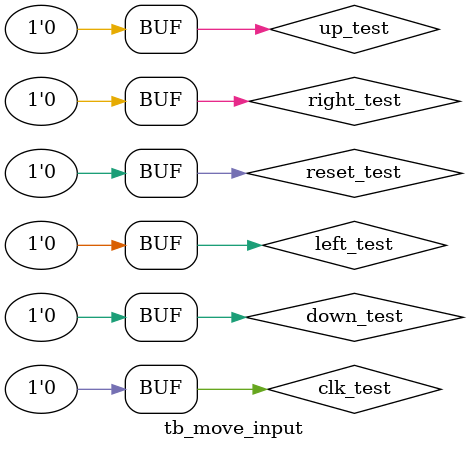
<source format=v>
module tb_move_input();

reg left_test,right_test,up_test,down_test,reset_test,clk_test;

wire [2:0] out_test;

move_input port_map(

.left(left_test),
.right(right_test),
.up(up_test),
.down(down_test),
.reset(reset_test),
.out(out_test),
.clk(clk_test)

);


initial begin
clk_test = 0;
left_test = 0;
right_test = 0;
up_test = 0;
down_test = 0;
reset_test = 0;
#5;
reset_test = 1;
#5;
reset_test = 0;
end

always begin

left_test = 1;
#5;
clk_test = 1;
#5;
clk_test = 0;
#5;
left_test = 0;
#5;
right_test = 1;
#5;
clk_test = 1;
#5;
clk_test = 0;
#5;
right_test = 0;
#5;
up_test = 1;
#5;
clk_test = 1;
#5;
clk_test = 0;
#5;
up_test = 0;
#5;
down_test = 1;
#5;
down_test = 0;
#5;
end



endmodule
</source>
